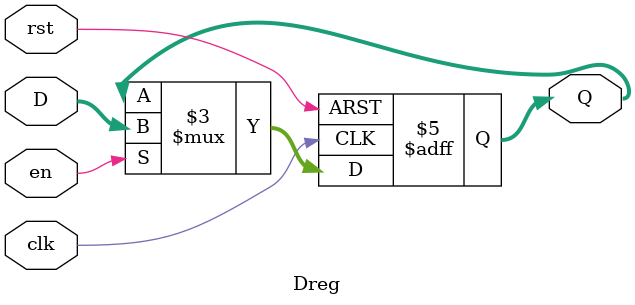
<source format=v>
`timescale 1ns / 1ps


module Dreg(input [31:0] D,
            input en, clk, rst,
            output reg [31:0] Q);
always @(posedge clk, posedge rst)
begin
    if(rst)
    begin
        Q <= 32'd0;
    end
    else
    begin 
        if(en) Q <= D;
        else Q <= Q;
    end
end
endmodule

</source>
